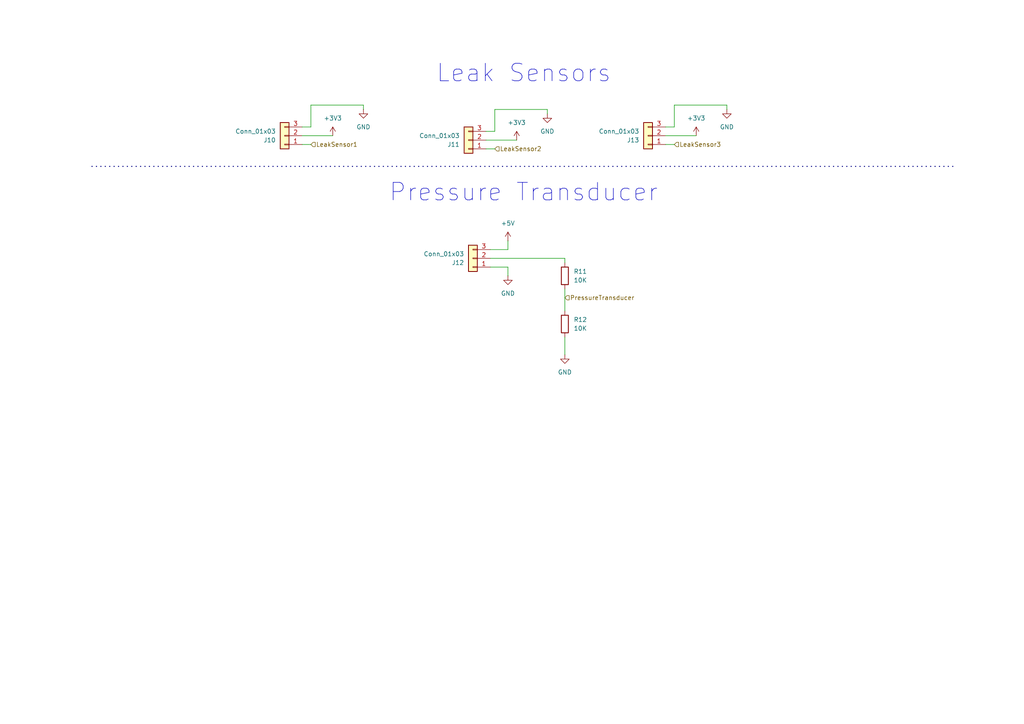
<source format=kicad_sch>
(kicad_sch (version 20250114) (generator "eeschema") (generator_version "9.0")
  (paper "A4")
  (lib_symbols
    (symbol "Connector_Generic:Conn_01x03" (pin_names (offset 1.016) (hide yes))
      (property "Reference" "J" (at 0 5.08 0))
      (property "Value" "Conn_01x03" (at 0 -5.08 0))
      (symbol "Conn_01x03_1_1"
        (rectangle (start -1.27 3.81) (end 1.27 -3.81) (stroke (width 0.254)) (fill (type background)))
        (rectangle (start -1.27 2.667) (end 0 2.413) (stroke (width 0.1524)))
        (rectangle (start -1.27 0.127) (end 0 -0.127) (stroke (width 0.1524)))
        (rectangle (start -1.27 -2.413) (end 0 -2.667) (stroke (width 0.1524)))
        (pin passive line (at -5.08 2.54 0) (length 3.81) (name "Pin_1") (number "1"))
        (pin passive line (at -5.08 0 0) (length 3.81) (name "Pin_2") (number "2"))
        (pin passive line (at -5.08 -2.54 0) (length 3.81) (name "Pin_3") (number "3"))
      )
    )
    (symbol "device:R" (pin_numbers (hide yes)) (pin_names (offset 0))
      (property "Reference" "R" (at 2.032 0 90))
      (property "Value" "R" (at 0 0 90))
      (symbol "R_0_1"
        (rectangle (start -1.016 -2.54) (end 1.016 2.54) (stroke (width 0.254)))
      )
      (symbol "R_1_1"
        (pin passive line (at 0 3.81 270) (length 1.27) (name "~") (number "1"))
        (pin passive line (at 0 -3.81 90) (length 1.27) (name "~") (number "2"))
      )
    )
    (symbol "power:+3V3" (power) (pin_numbers (hide yes)) (pin_names (offset 0) (hide yes))
      (property "Value" "+3V3" (at 0 3.556 0))
      (symbol "+3V3_0_1"
        (polyline (pts (xy -0.762 1.27) (xy 0 2.54)))
        (polyline (pts (xy 0 2.54) (xy 0.762 1.27)))
        (polyline (pts (xy 0 0) (xy 0 2.54)))
      )
      (symbol "+3V3_1_1"
        (pin power_in line (at 0 0 90) (length 0) (name "~") (number "1"))
      )
    )
    (symbol "power:+5V" (power) (pin_numbers (hide yes)) (pin_names (offset 0) (hide yes))
      (property "Value" "+5V" (at 0 3.556 0))
      (symbol "+5V_0_1"
        (polyline (pts (xy -0.762 1.27) (xy 0 2.54)))
        (polyline (pts (xy 0 2.54) (xy 0.762 1.27)))
        (polyline (pts (xy 0 0) (xy 0 2.54)))
      )
      (symbol "+5V_1_1"
        (pin power_in line (at 0 0 90) (length 0) (name "~") (number "1"))
      )
    )
    (symbol "power:GND" (power) (pin_numbers (hide yes)) (pin_names (offset 0) (hide yes))
      (property "Value" "GND" (at 0 -3.81 0))
      (symbol "GND_0_1"
        (polyline (pts (xy 0 0) (xy 0 -1.27) (xy 1.27 -1.27) (xy 0 -2.54) (xy -1.27 -1.27) (xy 0 -1.27)))
      )
      (symbol "GND_1_1"
        (pin power_in line (at 0 0 270) (length 0) (name "~") (number "1"))
      )
    )
  )
  (text "Pressure Transducer" (at 151.892 55.88 0) (effects (font (size 5.08 5.08))))
  (text "Leak Sensors" (at 151.892 21.336 0) (effects (font (size 5.08 5.08))))
  (wire (pts (xy 90.17 30.48) (xy 105.41 30.48)))
  (wire (pts (xy 142.24 77.47) (xy 147.32 77.47)))
  (wire (pts (xy 90.17 41.91) (xy 87.63 41.91)))
  (wire (pts (xy 147.32 72.39) (xy 147.32 69.85)))
  (wire (pts (xy 143.51 43.18) (xy 140.97 43.18)))
  (wire (pts (xy 142.24 72.39) (xy 147.32 72.39)))
  (wire (pts (xy 142.24 74.93) (xy 163.83 74.93)))
  (wire (pts (xy 163.83 83.82) (xy 163.83 90.17)))
  (wire (pts (xy 163.83 74.93) (xy 163.83 76.2)))
  (wire (pts (xy 105.41 30.48) (xy 105.41 31.75)))
  (wire (pts (xy 140.97 40.64) (xy 149.86 40.64)))
  (bus (pts (xy 26.67 48.26) (xy 276.86 48.26)) (stroke (width 0) (type dot)))
  (wire (pts (xy 90.17 36.83) (xy 87.63 36.83)))
  (wire (pts (xy 195.58 36.83) (xy 193.04 36.83)))
  (wire (pts (xy 87.63 39.37) (xy 96.52 39.37)))
  (wire (pts (xy 163.83 97.79) (xy 163.83 102.87)))
  (wire (pts (xy 90.17 36.83) (xy 90.17 30.48)))
  (wire (pts (xy 195.58 36.83) (xy 195.58 30.48)))
  (wire (pts (xy 147.32 77.47) (xy 147.32 80.01)))
  (wire (pts (xy 195.58 41.91) (xy 193.04 41.91)))
  (wire (pts (xy 143.51 38.1) (xy 143.51 31.75)))
  (wire (pts (xy 158.75 31.75) (xy 158.75 33.02)))
  (wire (pts (xy 210.82 30.48) (xy 210.82 31.75)))
  (wire (pts (xy 193.04 39.37) (xy 201.93 39.37)))
  (wire (pts (xy 195.58 30.48) (xy 210.82 30.48)))
  (wire (pts (xy 143.51 38.1) (xy 140.97 38.1)))
  (wire (pts (xy 143.51 31.75) (xy 158.75 31.75)))
  (hierarchical_label "LeakSensor3" (shape input) (at 195.58 41.91 0))
  (hierarchical_label "LeakSensor1" (shape input) (at 90.17 41.91 0))
  (hierarchical_label "PressureTransducer" (shape input) (at 163.83 86.36 0))
  (hierarchical_label "LeakSensor2" (shape input) (at 143.51 43.18 0))
  (symbol (lib_id "Connector_Generic:Conn_01x03") (at 82.55 39.37 180) (unit 1)
    (property "Reference" "J10" (at 80.01 40.64 0) (effects (justify left)))
    (property "Value" "Conn_01x03" (at 80.01 38.1 0) (effects (justify left)))
    (property "Footprint" "WaterBlaster:MOLEX_436500317" (effects (hide yes)))
  )
  (symbol (lib_id "power:GND") (at 147.32 80.01 0) (unit 1)
    (property "Reference" "#PWR037" (effects (hide yes)))
    (property "Value" "GND" (at 147.32 85.09 0))
    (property "Description" "Power symbol creates a global label with name \"GND\" , ground" (effects (hide yes)))
  )
  (symbol (lib_id "device:R") (at 163.83 80.01 180) (unit 1)
    (property "Reference" "R11" (at 166.37 78.7399 0) (effects (justify right)))
    (property "Value" "10K" (at 166.37 81.2799 0) (effects (justify right)))
    (property "Footprint" "Resistor_SMD:R_0603_1608Metric_Pad0.98x0.95mm_HandSolder" (effects (hide yes)))
    (property "Description" "Resistor" (effects (hide yes)))
  )
  (symbol (lib_id "Connector_Generic:Conn_01x03") (at 137.16 74.93 180) (unit 1)
    (property "Reference" "J12" (at 134.62 76.2 0) (effects (justify left)))
    (property "Value" "Conn_01x03" (at 134.62 73.66 0) (effects (justify left)))
    (property "Footprint" "WaterBlaster:MOLEX_436500317" (effects (hide yes)))
  )
  (symbol (lib_id "power:+3V3") (at 149.86 40.64 0) (unit 1)
    (property "Reference" "#PWR038" (effects (hide yes)))
    (property "Value" "+3V3" (at 149.86 35.56 0))
    (property "Description" "Power symbol creates a global label with name \"+3V3\"" (effects (hide yes)))
  )
  (symbol (lib_id "device:R") (at 163.83 93.98 180) (unit 1)
    (property "Reference" "R12" (at 166.37 92.7099 0) (effects (justify right)))
    (property "Value" "10K" (at 166.37 95.2499 0) (effects (justify right)))
    (property "Footprint" "Resistor_SMD:R_0603_1608Metric_Pad0.98x0.95mm_HandSolder" (effects (hide yes)))
    (property "Description" "Resistor" (effects (hide yes)))
  )
  (symbol (lib_id "power:GND") (at 158.75 33.02 0) (unit 1)
    (property "Reference" "#PWR039" (effects (hide yes)))
    (property "Value" "GND" (at 158.75 38.1 0))
    (property "Description" "Power symbol creates a global label with name \"GND\" , ground" (effects (hide yes)))
  )
  (symbol (lib_id "power:GND") (at 210.82 31.75 0) (unit 1)
    (property "Reference" "#PWR042" (effects (hide yes)))
    (property "Value" "GND" (at 210.82 36.83 0))
    (property "Description" "Power symbol creates a global label with name \"GND\" , ground" (effects (hide yes)))
  )
  (symbol (lib_id "power:+3V3") (at 201.93 39.37 0) (unit 1)
    (property "Reference" "#PWR041" (effects (hide yes)))
    (property "Value" "+3V3" (at 201.93 34.29 0))
    (property "Description" "Power symbol creates a global label with name \"+3V3\"" (effects (hide yes)))
  )
  (symbol (lib_id "power:GND") (at 163.83 102.87 0) (unit 1)
    (property "Reference" "#PWR040" (effects (hide yes)))
    (property "Value" "GND" (at 163.83 107.95 0))
    (property "Description" "Power symbol creates a global label with name \"GND\" , ground" (effects (hide yes)))
  )
  (symbol (lib_id "Connector_Generic:Conn_01x03") (at 187.96 39.37 180) (unit 1)
    (property "Reference" "J13" (at 185.42 40.64 0) (effects (justify left)))
    (property "Value" "Conn_01x03" (at 185.42 38.1 0) (effects (justify left)))
    (property "Footprint" "WaterBlaster:MOLEX_436500317" (effects (hide yes)))
  )
  (symbol (lib_id "power:+5V") (at 147.32 69.85 0) (unit 1)
    (property "Reference" "#PWR036" (effects (hide yes)))
    (property "Value" "+5V" (at 147.32 64.77 0))
    (property "Description" "Power symbol creates a global label with name \"+5V\"" (effects (hide yes)))
  )
  (symbol (lib_id "Connector_Generic:Conn_01x03") (at 135.89 40.64 180) (unit 1)
    (property "Reference" "J11" (at 133.35 41.91 0) (effects (justify left)))
    (property "Value" "Conn_01x03" (at 133.35 39.37 0) (effects (justify left)))
    (property "Footprint" "WaterBlaster:MOLEX_436500317" (effects (hide yes)))
  )
  (symbol (lib_id "power:+3V3") (at 96.52 39.37 0) (unit 1)
    (property "Reference" "#PWR034" (effects (hide yes)))
    (property "Value" "+3V3" (at 96.52 34.29 0))
    (property "Description" "Power symbol creates a global label with name \"+3V3\"" (effects (hide yes)))
  )
  (symbol (lib_id "power:GND") (at 105.41 31.75 0) (unit 1)
    (property "Reference" "#PWR035" (effects (hide yes)))
    (property "Value" "GND" (at 105.41 36.83 0))
    (property "Description" "Power symbol creates a global label with name \"GND\" , ground" (effects (hide yes)))
  )
)
</source>
